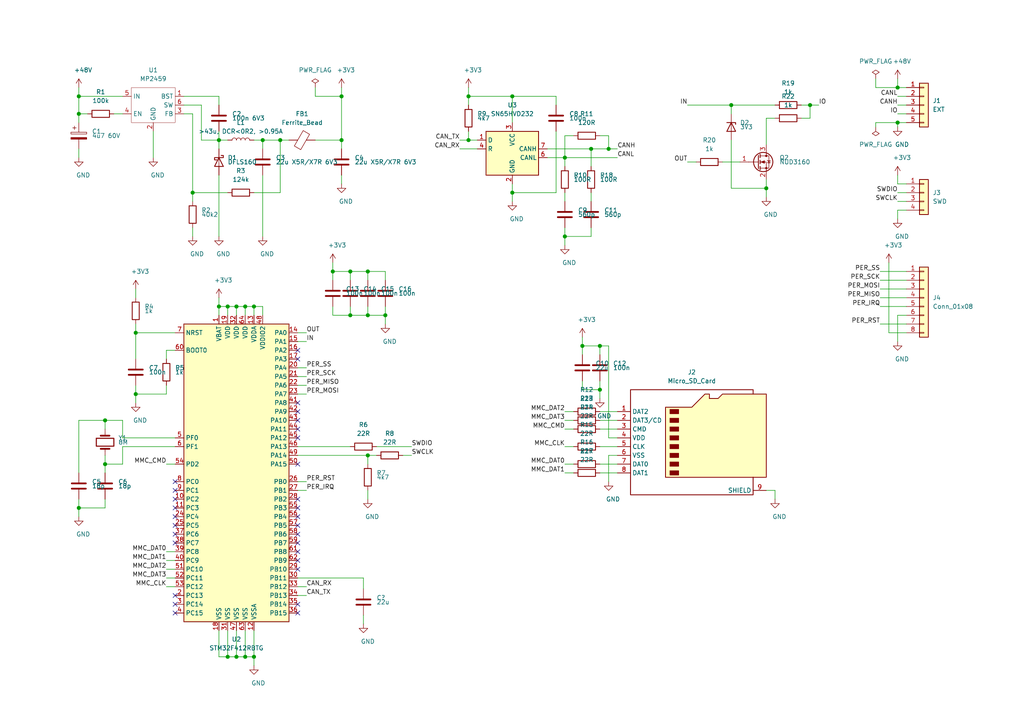
<source format=kicad_sch>
(kicad_sch (version 20201015) (generator eeschema)
  (page 1 1)
  (paper "A4")
  (lib_symbols
    (symbol "Connector:Micro_SD_Card"
      (property "Reference" "J" (at -16.51 15.24 0))
      (property "Value" "Micro_SD_Card" (at 16.51 15.24 0))
      (symbol "Micro_SD_Card_1_1"
        (pin bidirectional line (at -22.86 7.62 0) (length 3.81) (name "DAT2") (number "1"))
        (pin bidirectional line (at -22.86 5.08 0) (length 3.81) (name "DAT3/CD") (number "2"))
        (pin input line (at -22.86 2.54 0) (length 3.81) (name "CMD") (number "3"))
        (pin power_in line (at -22.86 0 0) (length 3.81) (name "VDD") (number "4"))
        (pin input line (at -22.86 -2.54 0) (length 3.81) (name "CLK") (number "5"))
        (pin power_in line (at -22.86 -5.08 0) (length 3.81) (name "VSS") (number "6"))
        (pin bidirectional line (at -22.86 -7.62 0) (length 3.81) (name "DAT0") (number "7"))
        (pin bidirectional line (at -22.86 -10.16 0) (length 3.81) (name "DAT1") (number "8"))
        (pin passive line (at 20.32 -15.24 180) (length 3.81) (name "SHIELD") (number "9"))
      )
    )
    (symbol "Connector_Generic:Conn_01x04" (pin_names hide)
      (property "Reference" "J" (at 0 5.08 0))
      (property "Value" "Conn_01x04" (at 0 -7.62 0))
      (symbol "Conn_01x04_1_1"
        (pin passive line (at -5.08 2.54 0) (length 3.81) (name "Pin_1") (number "1"))
        (pin passive line (at -5.08 0 0) (length 3.81) (name "Pin_2") (number "2"))
        (pin passive line (at -5.08 -2.54 0) (length 3.81) (name "Pin_3") (number "3"))
        (pin passive line (at -5.08 -5.08 0) (length 3.81) (name "Pin_4") (number "4"))
      )
    )
    (symbol "Connector_Generic:Conn_01x05" (pin_names hide)
      (property "Reference" "J" (at 0 7.62 0))
      (property "Value" "Conn_01x05" (at 0 -7.62 0))
      (symbol "Conn_01x05_1_1"
        (pin passive line (at -5.08 5.08 0) (length 3.81) (name "Pin_1") (number "1"))
        (pin passive line (at -5.08 2.54 0) (length 3.81) (name "Pin_2") (number "2"))
        (pin passive line (at -5.08 0 0) (length 3.81) (name "Pin_3") (number "3"))
        (pin passive line (at -5.08 -2.54 0) (length 3.81) (name "Pin_4") (number "4"))
        (pin passive line (at -5.08 -5.08 0) (length 3.81) (name "Pin_5") (number "5"))
      )
    )
    (symbol "Connector_Generic:Conn_01x08" (pin_names hide)
      (property "Reference" "J" (at 0 10.16 0))
      (property "Value" "Conn_01x08" (at 0 -12.7 0))
      (symbol "Conn_01x08_1_1"
        (pin passive line (at -5.08 7.62 0) (length 3.81) (name "Pin_1") (number "1"))
        (pin passive line (at -5.08 5.08 0) (length 3.81) (name "Pin_2") (number "2"))
        (pin passive line (at -5.08 2.54 0) (length 3.81) (name "Pin_3") (number "3"))
        (pin passive line (at -5.08 0 0) (length 3.81) (name "Pin_4") (number "4"))
        (pin passive line (at -5.08 -2.54 0) (length 3.81) (name "Pin_5") (number "5"))
        (pin passive line (at -5.08 -5.08 0) (length 3.81) (name "Pin_6") (number "6"))
        (pin passive line (at -5.08 -7.62 0) (length 3.81) (name "Pin_7") (number "7"))
        (pin passive line (at -5.08 -10.16 0) (length 3.81) (name "Pin_8") (number "8"))
      )
    )
    (symbol "Device:C" (pin_numbers hide) (pin_names (offset 0.254))
      (property "Reference" "C" (at 0.635 2.54 0))
      (property "Value" "C" (at 0.635 -2.54 0))
      (symbol "C_1_1"
        (pin passive line (at 0 3.81 270) (length 2.794) (name "~") (number "1"))
        (pin passive line (at 0 -3.81 90) (length 2.794) (name "~") (number "2"))
      )
    )
    (symbol "Device:CP" (pin_numbers hide) (pin_names (offset 0.254))
      (property "Reference" "C" (at 0.635 2.54 0))
      (property "Value" "CP" (at 0.635 -2.54 0))
      (symbol "CP_1_1"
        (pin passive line (at 0 3.81 270) (length 2.794) (name "~") (number "1"))
        (pin passive line (at 0 -3.81 90) (length 2.794) (name "~") (number "2"))
      )
    )
    (symbol "Device:Crystal" (pin_numbers hide) (pin_names hide)
      (property "Reference" "Y" (at 0 3.81 0))
      (property "Value" "Crystal" (at 0 -3.81 0))
      (symbol "Crystal_1_1"
        (pin passive line (at -3.81 0 0) (length 1.27) (name "1") (number "1"))
        (pin passive line (at 3.81 0 180) (length 1.27) (name "2") (number "2"))
      )
    )
    (symbol "Device:D_Schottky" (pin_numbers hide) (pin_names hide)
      (property "Reference" "D" (at 0 2.54 0))
      (property "Value" "D_Schottky" (at 0 -2.54 0))
      (symbol "D_Schottky_1_1"
        (pin passive line (at -3.81 0 0) (length 2.54) (name "K") (number "1"))
        (pin passive line (at 3.81 0 180) (length 2.54) (name "A") (number "2"))
      )
    )
    (symbol "Device:D_Zener" (pin_numbers hide) (pin_names hide)
      (property "Reference" "D" (at 0 2.54 0))
      (property "Value" "D_Zener" (at 0 -2.54 0))
      (symbol "D_Zener_1_1"
        (pin passive line (at -3.81 0 0) (length 2.54) (name "K") (number "1"))
        (pin passive line (at 3.81 0 180) (length 2.54) (name "A") (number "2"))
      )
    )
    (symbol "Device:Ferrite_Bead" (pin_numbers hide) (pin_names (offset 0))
      (property "Reference" "FB" (at -3.81 0.635 90))
      (property "Value" "Ferrite_Bead" (at 3.81 0 90))
      (symbol "Ferrite_Bead_1_1"
        (pin passive line (at 0 3.81 270) (length 2.54) (name "~") (number "1"))
        (pin passive line (at 0 -3.81 90) (length 2.54) (name "~") (number "2"))
      )
    )
    (symbol "Device:L" (pin_numbers hide) (pin_names hide)
      (property "Reference" "L" (at -1.27 0 90))
      (property "Value" "L" (at 1.905 0 90))
      (symbol "L_1_1"
        (pin passive line (at 0 3.81 270) (length 1.27) (name "1") (number "1"))
        (pin passive line (at 0 -3.81 90) (length 1.27) (name "2") (number "2"))
      )
    )
    (symbol "Device:Q_NMOS_GSD" (pin_names (offset 0) hide)
      (property "Reference" "Q" (at 5.08 1.27 0))
      (property "Value" "Q_NMOS_GSD" (at 5.08 -1.27 0))
      (symbol "Q_NMOS_GSD_1_1"
        (pin input line (at -5.08 0 0) (length 2.54) (name "G") (number "1"))
        (pin passive line (at 2.54 -5.08 90) (length 2.54) (name "S") (number "2"))
        (pin passive line (at 2.54 5.08 270) (length 2.54) (name "D") (number "3"))
      )
    )
    (symbol "Device:R" (pin_numbers hide) (pin_names (offset 0))
      (property "Reference" "R" (at 2.032 0 90))
      (property "Value" "R" (at 0 0 90))
      (symbol "R_1_1"
        (pin passive line (at 0 3.81 270) (length 1.27) (name "~") (number "1"))
        (pin passive line (at 0 -3.81 90) (length 1.27) (name "~") (number "2"))
      )
    )
    (symbol "Interface_CAN_LIN:SN65HVD232"
      (property "Reference" "U" (at -2.54 10.16 0))
      (property "Value" "SN65HVD232" (at -2.54 7.62 0))
      (symbol "SN65HVD232_1_1"
        (pin input line (at -10.16 2.54 0) (length 2.54) (name "D") (number "1"))
        (pin power_in line (at 0 -10.16 90) (length 2.54) (name "GND") (number "2"))
        (pin power_in line (at 0 7.62 270) (length 2.54) (name "VCC") (number "3"))
        (pin output line (at -10.16 0 0) (length 2.54) (name "R") (number "4"))
        (pin unconnected line (at -10.16 -2.54 0) (length 2.54) hide (name "NC") (number "5"))
        (pin bidirectional line (at 10.16 -2.54 180) (length 2.54) (name "CANL") (number "6"))
        (pin bidirectional line (at 10.16 0 180) (length 2.54) (name "CANH") (number "7"))
        (pin unconnected line (at -10.16 -5.08 0) (length 2.54) hide (name "NC") (number "8"))
      )
    )
    (symbol "MCU_ST_STM32F0:STM32F072RBTx"
      (property "Reference" "U" (at -15.24 44.45 0))
      (property "Value" "STM32F072RBTx" (at 10.16 44.45 0))
      (symbol "STM32F072RBTx_1_1"
        (pin power_in line (at -5.08 45.72 270) (length 2.54) (name "VBAT") (number "1"))
        (pin bidirectional line (at -17.78 -7.62 0) (length 2.54) (name "PC2") (number "10"))
        (pin bidirectional line (at -17.78 -10.16 0) (length 2.54) (name "PC3") (number "11"))
        (pin power_in line (at 5.08 -45.72 90) (length 2.54) (name "VSSA") (number "12"))
        (pin power_in line (at 5.08 45.72 270) (length 2.54) (name "VDDA") (number "13"))
        (pin bidirectional line (at 17.78 40.64 180) (length 2.54) (name "PA0") (number "14"))
        (pin bidirectional line (at 17.78 38.1 180) (length 2.54) (name "PA1") (number "15"))
        (pin bidirectional line (at 17.78 35.56 180) (length 2.54) (name "PA2") (number "16"))
        (pin bidirectional line (at 17.78 33.02 180) (length 2.54) (name "PA3") (number "17"))
        (pin power_in line (at -5.08 -45.72 90) (length 2.54) (name "VSS") (number "18"))
        (pin power_in line (at -2.54 45.72 270) (length 2.54) (name "VDD") (number "19"))
        (pin bidirectional line (at -17.78 -35.56 0) (length 2.54) (name "PC13") (number "2"))
        (pin bidirectional line (at 17.78 30.48 180) (length 2.54) (name "PA4") (number "20"))
        (pin bidirectional line (at 17.78 27.94 180) (length 2.54) (name "PA5") (number "21"))
        (pin bidirectional line (at 17.78 25.4 180) (length 2.54) (name "PA6") (number "22"))
        (pin bidirectional line (at 17.78 22.86 180) (length 2.54) (name "PA7") (number "23"))
        (pin bidirectional line (at -17.78 -12.7 0) (length 2.54) (name "PC4") (number "24"))
        (pin bidirectional line (at -17.78 -15.24 0) (length 2.54) (name "PC5") (number "25"))
        (pin bidirectional line (at 17.78 -2.54 180) (length 2.54) (name "PB0") (number "26"))
        (pin bidirectional line (at 17.78 -5.08 180) (length 2.54) (name "PB1") (number "27"))
        (pin bidirectional line (at 17.78 -7.62 180) (length 2.54) (name "PB2") (number "28"))
        (pin bidirectional line (at 17.78 -27.94 180) (length 2.54) (name "PB10") (number "29"))
        (pin bidirectional line (at -17.78 -38.1 0) (length 2.54) (name "PC14") (number "3"))
        (pin bidirectional line (at 17.78 -30.48 180) (length 2.54) (name "PB11") (number "30"))
        (pin power_in line (at -2.54 -45.72 90) (length 2.54) (name "VSS") (number "31"))
        (pin power_in line (at 0 45.72 270) (length 2.54) (name "VDD") (number "32"))
        (pin bidirectional line (at 17.78 -33.02 180) (length 2.54) (name "PB12") (number "33"))
        (pin bidirectional line (at 17.78 -35.56 180) (length 2.54) (name "PB13") (number "34"))
        (pin bidirectional line (at 17.78 -38.1 180) (length 2.54) (name "PB14") (number "35"))
        (pin bidirectional line (at 17.78 -40.64 180) (length 2.54) (name "PB15") (number "36"))
        (pin bidirectional line (at -17.78 -17.78 0) (length 2.54) (name "PC6") (number "37"))
        (pin bidirectional line (at -17.78 -20.32 0) (length 2.54) (name "PC7") (number "38"))
        (pin bidirectional line (at -17.78 -22.86 0) (length 2.54) (name "PC8") (number "39"))
        (pin bidirectional line (at -17.78 -40.64 0) (length 2.54) (name "PC15") (number "4"))
        (pin bidirectional line (at -17.78 -25.4 0) (length 2.54) (name "PC9") (number "40"))
        (pin bidirectional line (at 17.78 20.32 180) (length 2.54) (name "PA8") (number "41"))
        (pin bidirectional line (at 17.78 17.78 180) (length 2.54) (name "PA9") (number "42"))
        (pin bidirectional line (at 17.78 15.24 180) (length 2.54) (name "PA10") (number "43"))
        (pin bidirectional line (at 17.78 12.7 180) (length 2.54) (name "PA11") (number "44"))
        (pin bidirectional line (at 17.78 10.16 180) (length 2.54) (name "PA12") (number "45"))
        (pin bidirectional line (at 17.78 7.62 180) (length 2.54) (name "PA13") (number "46"))
        (pin power_in line (at 0 -45.72 90) (length 2.54) (name "VSS") (number "47"))
        (pin power_in line (at 7.62 45.72 270) (length 2.54) (name "VDDIO2") (number "48"))
        (pin bidirectional line (at 17.78 5.08 180) (length 2.54) (name "PA14") (number "49"))
        (pin input line (at -17.78 10.16 0) (length 2.54) (name "PF0") (number "5"))
        (pin bidirectional line (at 17.78 2.54 180) (length 2.54) (name "PA15") (number "50"))
        (pin bidirectional line (at -17.78 -27.94 0) (length 2.54) (name "PC10") (number "51"))
        (pin bidirectional line (at -17.78 -30.48 0) (length 2.54) (name "PC11") (number "52"))
        (pin bidirectional line (at -17.78 -33.02 0) (length 2.54) (name "PC12") (number "53"))
        (pin bidirectional line (at -17.78 2.54 0) (length 2.54) (name "PD2") (number "54"))
        (pin bidirectional line (at 17.78 -10.16 180) (length 2.54) (name "PB3") (number "55"))
        (pin bidirectional line (at 17.78 -12.7 180) (length 2.54) (name "PB4") (number "56"))
        (pin bidirectional line (at 17.78 -15.24 180) (length 2.54) (name "PB5") (number "57"))
        (pin bidirectional line (at 17.78 -17.78 180) (length 2.54) (name "PB6") (number "58"))
        (pin bidirectional line (at 17.78 -20.32 180) (length 2.54) (name "PB7") (number "59"))
        (pin input line (at -17.78 7.62 0) (length 2.54) (name "PF1") (number "6"))
        (pin input line (at -17.78 35.56 0) (length 2.54) (name "BOOT0") (number "60"))
        (pin bidirectional line (at 17.78 -22.86 180) (length 2.54) (name "PB8") (number "61"))
        (pin bidirectional line (at 17.78 -25.4 180) (length 2.54) (name "PB9") (number "62"))
        (pin power_in line (at 2.54 -45.72 90) (length 2.54) (name "VSS") (number "63"))
        (pin power_in line (at 2.54 45.72 270) (length 2.54) (name "VDD") (number "64"))
        (pin input line (at -17.78 40.64 0) (length 2.54) (name "NRST") (number "7"))
        (pin bidirectional line (at -17.78 -2.54 0) (length 2.54) (name "PC0") (number "8"))
        (pin bidirectional line (at -17.78 -5.08 0) (length 2.54) (name "PC1") (number "9"))
      )
    )
    (symbol "mp2459:MP2459"
      (property "Reference" "U" (at -6.35 6.35 0))
      (property "Value" "MP2459" (at 5.08 -6.35 0))
      (symbol "MP2459_1_1"
        (pin power_in line (at -8.89 2.54 0) (length 2.54) (name "IN") (number "5"))
        (pin input line (at -8.89 -2.54 0) (length 2.54) (name "EN") (number "4"))
        (pin passive line (at 8.89 2.54 180) (length 2.54) (name "BST") (number "1"))
        (pin passive line (at 8.89 0 180) (length 2.54) (name "SW") (number "6"))
        (pin power_out line (at 8.89 -2.54 180) (length 2.54) (name "FB") (number "3"))
        (pin power_in line (at 0 -7.62 90) (length 2.54) (name "GND") (number "2"))
      )
    )
    (symbol "power:+3.3V" (power) (pin_names (offset 0))
      (property "Value" "+3.3V" (at 0 3.556 0))
      (symbol "+3.3V_1_1"
        (pin power_in line (at 0 0 90) (length 0) hide (name "+3V3") (number "1"))
      )
    )
    (symbol "power:+48V" (power) (pin_names (offset 0))
      (property "Value" "+48V" (at 0 3.556 0))
      (symbol "+48V_1_1"
        (pin power_in line (at 0 0 90) (length 0) hide (name "+48V") (number "1"))
      )
    )
    (symbol "power:GND" (power) (pin_names (offset 0))
      (property "Value" "GND" (at 0 -3.81 0))
      (symbol "GND_1_1"
        (pin power_in line (at 0 0 270) (length 0) hide (name "GND") (number "1"))
      )
    )
    (symbol "power:PWR_FLAG" (power) (pin_numbers hide) (pin_names (offset 0) hide)
      (property "Value" "PWR_FLAG" (at 0 3.81 0))
      (symbol "PWR_FLAG_0_0"
        (pin power_out line (at 0 0 90) (length 0) (name "pwr") (number "1"))
      )
    )
  )
  (junction (at 22.86 27.94) (diameter 1.016))
  (junction (at 22.86 33.02) (diameter 1.016))
  (junction (at 22.86 147.32) (diameter 1.016))
  (junction (at 30.48 121.92) (diameter 1.016))
  (junction (at 30.48 134.62) (diameter 1.016))
  (junction (at 39.37 96.52) (diameter 1.016))
  (junction (at 39.37 114.3) (diameter 1.016))
  (junction (at 55.88 55.88) (diameter 1.016))
  (junction (at 63.5 40.64) (diameter 1.016))
  (junction (at 63.5 88.9) (diameter 1.016))
  (junction (at 66.04 88.9) (diameter 1.016))
  (junction (at 66.04 190.5) (diameter 1.016))
  (junction (at 68.58 88.9) (diameter 1.016))
  (junction (at 68.58 190.5) (diameter 1.016))
  (junction (at 71.12 88.9) (diameter 1.016))
  (junction (at 71.12 190.5) (diameter 1.016))
  (junction (at 73.66 88.9) (diameter 1.016))
  (junction (at 73.66 190.5) (diameter 1.016))
  (junction (at 76.2 40.64) (diameter 1.016))
  (junction (at 81.28 40.64) (diameter 1.016))
  (junction (at 96.52 78.74) (diameter 1.016))
  (junction (at 99.06 27.94) (diameter 1.016))
  (junction (at 99.06 40.64) (diameter 1.016))
  (junction (at 101.6 78.74) (diameter 1.016))
  (junction (at 101.6 91.44) (diameter 1.016))
  (junction (at 106.68 78.74) (diameter 1.016))
  (junction (at 106.68 91.44) (diameter 1.016))
  (junction (at 106.68 132.08) (diameter 1.016))
  (junction (at 111.76 91.44) (diameter 1.016))
  (junction (at 135.89 27.94) (diameter 1.016))
  (junction (at 135.89 40.64) (diameter 1.016))
  (junction (at 148.59 27.94) (diameter 1.016))
  (junction (at 148.59 55.88) (diameter 1.016))
  (junction (at 163.83 45.72) (diameter 1.016))
  (junction (at 163.83 68.58) (diameter 1.016))
  (junction (at 168.91 100.33) (diameter 1.016))
  (junction (at 171.45 43.18) (diameter 1.016))
  (junction (at 173.99 100.33) (diameter 1.016))
  (junction (at 173.99 113.03) (diameter 1.016))
  (junction (at 176.53 43.18) (diameter 1.016))
  (junction (at 212.09 30.48) (diameter 1.016))
  (junction (at 222.25 54.61) (diameter 1.016))
  (junction (at 234.95 30.48) (diameter 1.016))
  (junction (at 260.35 25.4) (diameter 1.016))
  (junction (at 260.35 35.56) (diameter 1.016))
  (no_connect (at 86.36 119.38))
  (no_connect (at 50.8 147.32))
  (no_connect (at 86.36 152.4))
  (no_connect (at 50.8 139.7))
  (no_connect (at 86.36 149.86))
  (no_connect (at 86.36 160.02))
  (no_connect (at 50.8 154.94))
  (no_connect (at 86.36 165.1))
  (no_connect (at 50.8 157.48))
  (no_connect (at 86.36 177.8))
  (no_connect (at 50.8 144.78))
  (no_connect (at 86.36 104.14))
  (no_connect (at 86.36 134.62))
  (no_connect (at 86.36 175.26))
  (no_connect (at 86.36 127))
  (no_connect (at 50.8 152.4))
  (no_connect (at 50.8 149.86))
  (no_connect (at 86.36 154.94))
  (no_connect (at 50.8 172.72))
  (no_connect (at 86.36 157.48))
  (no_connect (at 86.36 101.6))
  (no_connect (at 50.8 175.26))
  (no_connect (at 86.36 116.84))
  (no_connect (at 86.36 162.56))
  (no_connect (at 50.8 177.8))
  (no_connect (at 86.36 147.32))
  (no_connect (at 86.36 124.46))
  (no_connect (at 50.8 142.24))
  (no_connect (at 86.36 144.78))
  (no_connect (at 86.36 121.92))
  (wire (pts (xy 22.86 25.4) (xy 22.86 27.94)))
  (wire (pts (xy 22.86 27.94) (xy 35.56 27.94)))
  (wire (pts (xy 22.86 33.02) (xy 22.86 27.94)))
  (wire (pts (xy 22.86 33.02) (xy 22.86 35.56)))
  (wire (pts (xy 22.86 43.18) (xy 22.86 45.72)))
  (wire (pts (xy 22.86 121.92) (xy 30.48 121.92)))
  (wire (pts (xy 22.86 137.16) (xy 22.86 121.92)))
  (wire (pts (xy 22.86 144.78) (xy 22.86 147.32)))
  (wire (pts (xy 22.86 147.32) (xy 30.48 147.32)))
  (wire (pts (xy 22.86 149.86) (xy 22.86 147.32)))
  (wire (pts (xy 25.4 33.02) (xy 22.86 33.02)))
  (wire (pts (xy 30.48 121.92) (xy 30.48 124.46)))
  (wire (pts (xy 30.48 132.08) (xy 30.48 134.62)))
  (wire (pts (xy 30.48 134.62) (xy 30.48 137.16)))
  (wire (pts (xy 30.48 134.62) (xy 35.56 134.62)))
  (wire (pts (xy 30.48 147.32) (xy 30.48 144.78)))
  (wire (pts (xy 33.02 33.02) (xy 35.56 33.02)))
  (wire (pts (xy 35.56 121.92) (xy 30.48 121.92)))
  (wire (pts (xy 35.56 127) (xy 35.56 121.92)))
  (wire (pts (xy 35.56 129.54) (xy 50.8 129.54)))
  (wire (pts (xy 35.56 134.62) (xy 35.56 129.54)))
  (wire (pts (xy 39.37 83.82) (xy 39.37 86.36)))
  (wire (pts (xy 39.37 93.98) (xy 39.37 96.52)))
  (wire (pts (xy 39.37 96.52) (xy 50.8 96.52)))
  (wire (pts (xy 39.37 104.14) (xy 39.37 96.52)))
  (wire (pts (xy 39.37 111.76) (xy 39.37 114.3)))
  (wire (pts (xy 39.37 114.3) (xy 48.26 114.3)))
  (wire (pts (xy 39.37 116.84) (xy 39.37 114.3)))
  (wire (pts (xy 44.45 38.1) (xy 44.45 45.72)))
  (wire (pts (xy 48.26 101.6) (xy 50.8 101.6)))
  (wire (pts (xy 48.26 104.14) (xy 48.26 101.6)))
  (wire (pts (xy 48.26 114.3) (xy 48.26 111.76)))
  (wire (pts (xy 48.26 134.62) (xy 50.8 134.62)))
  (wire (pts (xy 48.26 160.02) (xy 50.8 160.02)))
  (wire (pts (xy 48.26 162.56) (xy 50.8 162.56)))
  (wire (pts (xy 48.26 165.1) (xy 50.8 165.1)))
  (wire (pts (xy 48.26 167.64) (xy 50.8 167.64)))
  (wire (pts (xy 48.26 170.18) (xy 50.8 170.18)))
  (wire (pts (xy 50.8 127) (xy 35.56 127)))
  (wire (pts (xy 53.34 27.94) (xy 63.5 27.94)))
  (wire (pts (xy 53.34 33.02) (xy 55.88 33.02)))
  (wire (pts (xy 55.88 33.02) (xy 55.88 55.88)))
  (wire (pts (xy 55.88 55.88) (xy 55.88 58.42)))
  (wire (pts (xy 55.88 55.88) (xy 66.04 55.88)))
  (wire (pts (xy 55.88 66.04) (xy 55.88 68.58)))
  (wire (pts (xy 58.42 30.48) (xy 53.34 30.48)))
  (wire (pts (xy 58.42 40.64) (xy 58.42 30.48)))
  (wire (pts (xy 63.5 27.94) (xy 63.5 30.48)))
  (wire (pts (xy 63.5 38.1) (xy 63.5 40.64)))
  (wire (pts (xy 63.5 40.64) (xy 58.42 40.64)))
  (wire (pts (xy 63.5 40.64) (xy 63.5 43.18)))
  (wire (pts (xy 63.5 40.64) (xy 66.04 40.64)))
  (wire (pts (xy 63.5 50.8) (xy 63.5 68.58)))
  (wire (pts (xy 63.5 86.36) (xy 63.5 88.9)))
  (wire (pts (xy 63.5 88.9) (xy 63.5 91.44)))
  (wire (pts (xy 63.5 88.9) (xy 66.04 88.9)))
  (wire (pts (xy 63.5 190.5) (xy 63.5 182.88)))
  (wire (pts (xy 66.04 88.9) (xy 66.04 91.44)))
  (wire (pts (xy 66.04 88.9) (xy 68.58 88.9)))
  (wire (pts (xy 66.04 190.5) (xy 63.5 190.5)))
  (wire (pts (xy 66.04 190.5) (xy 66.04 182.88)))
  (wire (pts (xy 68.58 88.9) (xy 68.58 91.44)))
  (wire (pts (xy 68.58 88.9) (xy 71.12 88.9)))
  (wire (pts (xy 68.58 182.88) (xy 68.58 190.5)))
  (wire (pts (xy 68.58 190.5) (xy 66.04 190.5)))
  (wire (pts (xy 68.58 190.5) (xy 71.12 190.5)))
  (wire (pts (xy 71.12 88.9) (xy 71.12 91.44)))
  (wire (pts (xy 71.12 88.9) (xy 73.66 88.9)))
  (wire (pts (xy 71.12 190.5) (xy 71.12 182.88)))
  (wire (pts (xy 73.66 40.64) (xy 76.2 40.64)))
  (wire (pts (xy 73.66 55.88) (xy 81.28 55.88)))
  (wire (pts (xy 73.66 88.9) (xy 73.66 91.44)))
  (wire (pts (xy 73.66 88.9) (xy 76.2 88.9)))
  (wire (pts (xy 73.66 182.88) (xy 73.66 190.5)))
  (wire (pts (xy 73.66 190.5) (xy 71.12 190.5)))
  (wire (pts (xy 73.66 190.5) (xy 73.66 193.04)))
  (wire (pts (xy 76.2 40.64) (xy 76.2 43.18)))
  (wire (pts (xy 76.2 40.64) (xy 81.28 40.64)))
  (wire (pts (xy 76.2 50.8) (xy 76.2 68.58)))
  (wire (pts (xy 76.2 88.9) (xy 76.2 91.44)))
  (wire (pts (xy 81.28 40.64) (xy 81.28 55.88)))
  (wire (pts (xy 81.28 40.64) (xy 83.82 40.64)))
  (wire (pts (xy 86.36 96.52) (xy 88.9 96.52)))
  (wire (pts (xy 86.36 99.06) (xy 88.9 99.06)))
  (wire (pts (xy 86.36 106.68) (xy 88.9 106.68)))
  (wire (pts (xy 86.36 109.22) (xy 88.9 109.22)))
  (wire (pts (xy 86.36 111.76) (xy 88.9 111.76)))
  (wire (pts (xy 86.36 114.3) (xy 88.9 114.3)))
  (wire (pts (xy 86.36 129.54) (xy 101.6 129.54)))
  (wire (pts (xy 86.36 132.08) (xy 106.68 132.08)))
  (wire (pts (xy 86.36 139.7) (xy 88.9 139.7)))
  (wire (pts (xy 86.36 142.24) (xy 88.9 142.24)))
  (wire (pts (xy 86.36 167.64) (xy 105.41 167.64)))
  (wire (pts (xy 86.36 170.18) (xy 88.9 170.18)))
  (wire (pts (xy 86.36 172.72) (xy 88.9 172.72)))
  (wire (pts (xy 91.44 25.4) (xy 91.44 27.94)))
  (wire (pts (xy 91.44 27.94) (xy 99.06 27.94)))
  (wire (pts (xy 91.44 40.64) (xy 99.06 40.64)))
  (wire (pts (xy 96.52 76.2) (xy 96.52 78.74)))
  (wire (pts (xy 96.52 78.74) (xy 101.6 78.74)))
  (wire (pts (xy 96.52 81.28) (xy 96.52 78.74)))
  (wire (pts (xy 96.52 88.9) (xy 96.52 91.44)))
  (wire (pts (xy 96.52 91.44) (xy 101.6 91.44)))
  (wire (pts (xy 99.06 25.4) (xy 99.06 27.94)))
  (wire (pts (xy 99.06 27.94) (xy 99.06 40.64)))
  (wire (pts (xy 99.06 40.64) (xy 99.06 43.18)))
  (wire (pts (xy 99.06 53.34) (xy 99.06 50.8)))
  (wire (pts (xy 101.6 78.74) (xy 101.6 81.28)))
  (wire (pts (xy 101.6 78.74) (xy 106.68 78.74)))
  (wire (pts (xy 101.6 88.9) (xy 101.6 91.44)))
  (wire (pts (xy 101.6 91.44) (xy 106.68 91.44)))
  (wire (pts (xy 105.41 167.64) (xy 105.41 170.815)))
  (wire (pts (xy 105.41 178.435) (xy 105.41 180.975)))
  (wire (pts (xy 106.68 78.74) (xy 106.68 81.28)))
  (wire (pts (xy 106.68 78.74) (xy 111.76 78.74)))
  (wire (pts (xy 106.68 88.9) (xy 106.68 91.44)))
  (wire (pts (xy 106.68 91.44) (xy 111.76 91.44)))
  (wire (pts (xy 106.68 132.08) (xy 106.68 134.62)))
  (wire (pts (xy 106.68 132.08) (xy 109.22 132.08)))
  (wire (pts (xy 106.68 142.24) (xy 106.68 144.78)))
  (wire (pts (xy 109.22 129.54) (xy 119.38 129.54)))
  (wire (pts (xy 111.76 78.74) (xy 111.76 81.28)))
  (wire (pts (xy 111.76 91.44) (xy 111.76 88.9)))
  (wire (pts (xy 111.76 91.44) (xy 111.76 93.98)))
  (wire (pts (xy 116.84 132.08) (xy 119.38 132.08)))
  (wire (pts (xy 133.35 40.64) (xy 135.89 40.64)))
  (wire (pts (xy 133.35 43.18) (xy 138.43 43.18)))
  (wire (pts (xy 135.89 25.4) (xy 135.89 27.94)))
  (wire (pts (xy 135.89 27.94) (xy 135.89 30.48)))
  (wire (pts (xy 135.89 27.94) (xy 148.59 27.94)))
  (wire (pts (xy 135.89 40.64) (xy 135.89 38.1)))
  (wire (pts (xy 138.43 40.64) (xy 135.89 40.64)))
  (wire (pts (xy 148.59 27.94) (xy 148.59 35.56)))
  (wire (pts (xy 148.59 27.94) (xy 161.29 27.94)))
  (wire (pts (xy 148.59 55.88) (xy 148.59 53.34)))
  (wire (pts (xy 148.59 55.88) (xy 148.59 58.42)))
  (wire (pts (xy 158.75 43.18) (xy 171.45 43.18)))
  (wire (pts (xy 161.29 27.94) (xy 161.29 30.48)))
  (wire (pts (xy 161.29 38.1) (xy 161.29 55.88)))
  (wire (pts (xy 161.29 55.88) (xy 148.59 55.88)))
  (wire (pts (xy 163.83 39.37) (xy 166.37 39.37)))
  (wire (pts (xy 163.83 45.72) (xy 158.75 45.72)))
  (wire (pts (xy 163.83 45.72) (xy 163.83 39.37)))
  (wire (pts (xy 163.83 45.72) (xy 179.07 45.72)))
  (wire (pts (xy 163.83 48.26) (xy 163.83 45.72)))
  (wire (pts (xy 163.83 55.88) (xy 163.83 58.42)))
  (wire (pts (xy 163.83 66.04) (xy 163.83 68.58)))
  (wire (pts (xy 163.83 68.58) (xy 163.83 71.12)))
  (wire (pts (xy 163.83 68.58) (xy 171.45 68.58)))
  (wire (pts (xy 163.83 119.38) (xy 166.37 119.38)))
  (wire (pts (xy 163.83 121.92) (xy 166.37 121.92)))
  (wire (pts (xy 163.83 124.46) (xy 166.37 124.46)))
  (wire (pts (xy 163.83 129.54) (xy 166.37 129.54)))
  (wire (pts (xy 163.83 134.62) (xy 166.37 134.62)))
  (wire (pts (xy 163.83 137.16) (xy 166.37 137.16)))
  (wire (pts (xy 168.91 97.79) (xy 168.91 100.33)))
  (wire (pts (xy 168.91 100.33) (xy 168.91 102.87)))
  (wire (pts (xy 168.91 113.03) (xy 168.91 110.49)))
  (wire (pts (xy 171.45 43.18) (xy 171.45 48.26)))
  (wire (pts (xy 171.45 43.18) (xy 176.53 43.18)))
  (wire (pts (xy 171.45 55.88) (xy 171.45 58.42)))
  (wire (pts (xy 171.45 68.58) (xy 171.45 66.04)))
  (wire (pts (xy 173.99 100.33) (xy 168.91 100.33)))
  (wire (pts (xy 173.99 100.33) (xy 173.99 102.87)))
  (wire (pts (xy 173.99 110.49) (xy 173.99 113.03)))
  (wire (pts (xy 173.99 113.03) (xy 168.91 113.03)))
  (wire (pts (xy 173.99 115.57) (xy 173.99 113.03)))
  (wire (pts (xy 173.99 119.38) (xy 179.07 119.38)))
  (wire (pts (xy 173.99 121.92) (xy 179.07 121.92)))
  (wire (pts (xy 173.99 124.46) (xy 179.07 124.46)))
  (wire (pts (xy 173.99 129.54) (xy 179.07 129.54)))
  (wire (pts (xy 173.99 134.62) (xy 179.07 134.62)))
  (wire (pts (xy 173.99 137.16) (xy 179.07 137.16)))
  (wire (pts (xy 176.53 39.37) (xy 173.99 39.37)))
  (wire (pts (xy 176.53 43.18) (xy 176.53 39.37)))
  (wire (pts (xy 176.53 43.18) (xy 179.07 43.18)))
  (wire (pts (xy 176.53 100.33) (xy 173.99 100.33)))
  (wire (pts (xy 176.53 127) (xy 176.53 100.33)))
  (wire (pts (xy 176.53 132.08) (xy 179.07 132.08)))
  (wire (pts (xy 176.53 139.7) (xy 176.53 132.08)))
  (wire (pts (xy 179.07 127) (xy 176.53 127)))
  (wire (pts (xy 199.39 30.48) (xy 212.09 30.48)))
  (wire (pts (xy 199.39 46.99) (xy 201.93 46.99)))
  (wire (pts (xy 209.55 46.99) (xy 214.63 46.99)))
  (wire (pts (xy 212.09 30.48) (xy 212.09 33.02)))
  (wire (pts (xy 212.09 30.48) (xy 224.79 30.48)))
  (wire (pts (xy 212.09 40.64) (xy 212.09 54.61)))
  (wire (pts (xy 212.09 54.61) (xy 222.25 54.61)))
  (wire (pts (xy 222.25 34.29) (xy 222.25 41.91)))
  (wire (pts (xy 222.25 52.07) (xy 222.25 54.61)))
  (wire (pts (xy 222.25 54.61) (xy 222.25 57.15)))
  (wire (pts (xy 224.79 34.29) (xy 222.25 34.29)))
  (wire (pts (xy 224.79 142.24) (xy 222.25 142.24)))
  (wire (pts (xy 224.79 144.78) (xy 224.79 142.24)))
  (wire (pts (xy 232.41 34.29) (xy 234.95 34.29)))
  (wire (pts (xy 234.95 30.48) (xy 232.41 30.48)))
  (wire (pts (xy 234.95 30.48) (xy 237.49 30.48)))
  (wire (pts (xy 234.95 34.29) (xy 234.95 30.48)))
  (wire (pts (xy 254 25.4) (xy 254 22.86)))
  (wire (pts (xy 254 35.56) (xy 254 36.83)))
  (wire (pts (xy 255.27 78.74) (xy 262.89 78.74)))
  (wire (pts (xy 255.27 81.28) (xy 262.89 81.28)))
  (wire (pts (xy 255.27 83.82) (xy 262.89 83.82)))
  (wire (pts (xy 255.27 86.36) (xy 262.89 86.36)))
  (wire (pts (xy 255.27 88.9) (xy 262.89 88.9)))
  (wire (pts (xy 255.27 93.98) (xy 262.89 93.98)))
  (wire (pts (xy 257.81 76.2) (xy 257.81 96.52)))
  (wire (pts (xy 260.35 22.86) (xy 260.35 25.4)))
  (wire (pts (xy 260.35 25.4) (xy 254 25.4)))
  (wire (pts (xy 260.35 27.94) (xy 262.89 27.94)))
  (wire (pts (xy 260.35 30.48) (xy 262.89 30.48)))
  (wire (pts (xy 260.35 33.02) (xy 262.89 33.02)))
  (wire (pts (xy 260.35 35.56) (xy 254 35.56)))
  (wire (pts (xy 260.35 35.56) (xy 262.89 35.56)))
  (wire (pts (xy 260.35 36.83) (xy 260.35 35.56)))
  (wire (pts (xy 260.35 50.8) (xy 260.35 53.34)))
  (wire (pts (xy 260.35 53.34) (xy 262.89 53.34)))
  (wire (pts (xy 260.35 55.88) (xy 262.89 55.88)))
  (wire (pts (xy 260.35 58.42) (xy 262.89 58.42)))
  (wire (pts (xy 260.35 60.96) (xy 262.89 60.96)))
  (wire (pts (xy 260.35 63.5) (xy 260.35 60.96)))
  (wire (pts (xy 260.35 91.44) (xy 260.35 99.06)))
  (wire (pts (xy 262.89 25.4) (xy 260.35 25.4)))
  (wire (pts (xy 262.89 91.44) (xy 260.35 91.44)))
  (wire (pts (xy 262.89 96.52) (xy 257.81 96.52)))
  (label "MMC_CMD" (at 48.26 134.62 180))
  (label "MMC_DAT0" (at 48.26 160.02 180))
  (label "MMC_DAT1" (at 48.26 162.56 180))
  (label "MMC_DAT2" (at 48.26 165.1 180))
  (label "MMC_DAT3" (at 48.26 167.64 180))
  (label "MMC_CLK" (at 48.26 170.18 180))
  (label "OUT" (at 88.9 96.52 0))
  (label "IN" (at 88.9 99.06 0))
  (label "PER_SS" (at 88.9 106.68 0))
  (label "PER_SCK" (at 88.9 109.22 0))
  (label "PER_MISO" (at 88.9 111.76 0))
  (label "PER_MOSI" (at 88.9 114.3 0))
  (label "PER_RST" (at 88.9 139.7 0))
  (label "PER_IRQ" (at 88.9 142.24 0))
  (label "CAN_RX" (at 88.9 170.18 0))
  (label "CAN_TX" (at 88.9 172.72 0))
  (label "SWDIO" (at 119.38 129.54 0))
  (label "SWCLK" (at 119.38 132.08 0))
  (label "CAN_TX" (at 133.35 40.64 180))
  (label "CAN_RX" (at 133.35 43.18 180))
  (label "MMC_DAT2" (at 163.83 119.38 180))
  (label "MMC_DAT3" (at 163.83 121.92 180))
  (label "MMC_CMD" (at 163.83 124.46 180))
  (label "MMC_CLK" (at 163.83 129.54 180))
  (label "MMC_DAT0" (at 163.83 134.62 180))
  (label "MMC_DAT1" (at 163.83 137.16 180))
  (label "CANH" (at 179.07 43.18 0))
  (label "CANL" (at 179.07 45.72 0))
  (label "IN" (at 199.39 30.48 180))
  (label "OUT" (at 199.39 46.99 180))
  (label "IO" (at 237.49 30.48 0))
  (label "PER_SS" (at 255.27 78.74 180))
  (label "PER_SCK" (at 255.27 81.28 180))
  (label "PER_MOSI" (at 255.27 83.82 180))
  (label "PER_MISO" (at 255.27 86.36 180))
  (label "PER_IRQ" (at 255.27 88.9 180))
  (label "PER_RST" (at 255.27 93.98 180))
  (label "CANL" (at 260.35 27.94 180))
  (label "CANH" (at 260.35 30.48 180))
  (label "IO" (at 260.35 33.02 180))
  (label "SWDIO" (at 260.35 55.88 180))
  (label "SWCLK" (at 260.35 58.42 180))
  (symbol (lib_id "power:PWR_FLAG") (at 91.44 25.4 0) (unit 1)
    (property "Reference" "#FLG01" (effects hide))
    (property "Value" "PWR_FLAG" (at 91.44 20.32 0))
  )
  (symbol (lib_id "power:PWR_FLAG") (at 254 22.86 0) (unit 1)
    (property "Reference" "#FLG0101" (effects hide))
    (property "Value" "PWR_FLAG" (at 254 17.78 0))
  )
  (symbol (lib_id "power:PWR_FLAG") (at 254 36.83 180) (unit 1)
    (property "Reference" "#FLG02" (effects hide))
    (property "Value" "PWR_FLAG" (at 254 41.91 0))
  )
  (symbol (lib_id "power:+48V") (at 22.86 25.4 0) (unit 1)
    (property "Reference" "#PWR0101" (effects hide))
    (property "Value" "+48V" (at 24.13 20.32 0))
  )
  (symbol (lib_id "power:+3.3V") (at 39.37 83.82 0) (unit 1)
    (property "Reference" "#PWR02" (effects hide))
    (property "Value" "+3.3V" (at 40.64 78.74 0))
  )
  (symbol (lib_id "power:+3.3V") (at 63.5 86.36 0) (unit 1)
    (property "Reference" "#PWR04" (effects hide))
    (property "Value" "+3.3V" (at 64.77 81.28 0))
  )
  (symbol (lib_id "power:+3.3V") (at 96.52 76.2 0) (unit 1)
    (property "Reference" "#PWR020" (effects hide))
    (property "Value" "+3.3V" (at 97.79 71.12 0))
  )
  (symbol (lib_id "power:+3.3V") (at 99.06 25.4 0) (unit 1)
    (property "Reference" "#PWR0107" (effects hide))
    (property "Value" "+3.3V" (at 100.33 20.32 0))
  )
  (symbol (lib_id "power:+3.3V") (at 135.89 25.4 0) (unit 1)
    (property "Reference" "#PWR07" (effects hide))
    (property "Value" "+3.3V" (at 137.16 20.32 0))
  )
  (symbol (lib_id "power:+3.3V") (at 168.91 97.79 0) (unit 1)
    (property "Reference" "#PWR010" (effects hide))
    (property "Value" "+3.3V" (at 170.18 92.71 0))
  )
  (symbol (lib_id "power:+3.3V") (at 257.81 76.2 0) (unit 1)
    (property "Reference" "#PWR016" (effects hide))
    (property "Value" "+3.3V" (at 259.08 71.12 0))
  )
  (symbol (lib_id "power:+48V") (at 260.35 22.86 0) (unit 1)
    (property "Reference" "#PWR0109" (effects hide))
    (property "Value" "+48V" (at 261.62 17.78 0))
  )
  (symbol (lib_id "power:+3.3V") (at 260.35 50.8 0) (unit 1)
    (property "Reference" "#PWR017" (effects hide))
    (property "Value" "+3.3V" (at 261.62 45.72 0))
  )
  (symbol (lib_id "Device:L") (at 69.85 40.64 90) (unit 1)
    (property "Reference" "L1" (at 69.85 35.56 90))
    (property "Value" ">43u, DCR<0R2, >0.95A" (at 69.85 38.1 90))
    (property "Footprint" "Inductor_SMD:L_Taiyo-Yuden_NR-60xx_HandSoldering" (effects hide))
  )
  (symbol (lib_id "power:GND") (at 22.86 45.72 0) (unit 1)
    (property "Reference" "#PWR0102" (effects hide))
    (property "Value" "GND" (at 24.13 50.8 0))
  )
  (symbol (lib_id "power:GND") (at 22.86 149.86 0) (unit 1)
    (property "Reference" "#PWR01" (effects hide))
    (property "Value" "GND" (at 24.13 154.94 0))
  )
  (symbol (lib_id "power:GND") (at 39.37 116.84 0) (unit 1)
    (property "Reference" "#PWR03" (effects hide))
    (property "Value" "GND" (at 40.64 121.92 0))
  )
  (symbol (lib_id "power:GND") (at 44.45 45.72 0) (unit 1)
    (property "Reference" "#PWR0103" (effects hide))
    (property "Value" "GND" (at 45.72 50.8 0))
  )
  (symbol (lib_id "power:GND") (at 55.88 68.58 0) (unit 1)
    (property "Reference" "#PWR0104" (effects hide))
    (property "Value" "GND" (at 57.15 73.66 0))
  )
  (symbol (lib_id "power:GND") (at 63.5 68.58 0) (unit 1)
    (property "Reference" "#PWR0105" (effects hide))
    (property "Value" "GND" (at 64.77 73.66 0))
  )
  (symbol (lib_id "power:GND") (at 73.66 193.04 0) (unit 1)
    (property "Reference" "#PWR05" (effects hide))
    (property "Value" "GND" (at 74.93 198.12 0))
  )
  (symbol (lib_id "power:GND") (at 76.2 68.58 0) (unit 1)
    (property "Reference" "#PWR0106" (effects hide))
    (property "Value" "GND" (at 77.47 73.66 0))
  )
  (symbol (lib_id "power:GND") (at 99.06 53.34 0) (unit 1)
    (property "Reference" "#PWR0110" (effects hide))
    (property "Value" "GND" (at 100.33 58.42 0))
  )
  (symbol (lib_id "power:GND") (at 105.41 180.975 0) (unit 1)
    (property "Reference" "#PWR?" (effects hide))
    (property "Value" "GND" (at 106.68 186.055 0))
  )
  (symbol (lib_id "power:GND") (at 106.68 144.78 0) (unit 1)
    (property "Reference" "#PWR06" (effects hide))
    (property "Value" "GND" (at 107.95 149.86 0))
  )
  (symbol (lib_id "power:GND") (at 111.76 93.98 0) (unit 1)
    (property "Reference" "#PWR021" (effects hide))
    (property "Value" "GND" (at 113.03 99.06 0))
  )
  (symbol (lib_id "power:GND") (at 148.59 58.42 0) (unit 1)
    (property "Reference" "#PWR08" (effects hide))
    (property "Value" "GND" (at 149.86 63.5 0))
  )
  (symbol (lib_id "power:GND") (at 163.83 71.12 0) (unit 1)
    (property "Reference" "#PWR09" (effects hide))
    (property "Value" "GND" (at 165.1 76.2 0))
  )
  (symbol (lib_id "power:GND") (at 173.99 115.57 0) (unit 1)
    (property "Reference" "#PWR011" (effects hide))
    (property "Value" "GND" (at 175.26 120.65 0))
  )
  (symbol (lib_id "power:GND") (at 176.53 139.7 0) (unit 1)
    (property "Reference" "#PWR012" (effects hide))
    (property "Value" "GND" (at 177.8 144.78 0))
  )
  (symbol (lib_id "power:GND") (at 222.25 57.15 0) (unit 1)
    (property "Reference" "#PWR014" (effects hide))
    (property "Value" "GND" (at 223.52 62.23 0))
  )
  (symbol (lib_id "power:GND") (at 224.79 144.78 0) (unit 1)
    (property "Reference" "#PWR015" (effects hide))
    (property "Value" "GND" (at 226.06 149.86 0))
  )
  (symbol (lib_id "power:GND") (at 260.35 36.83 0) (unit 1)
    (property "Reference" "#PWR0108" (effects hide))
    (property "Value" "GND" (at 261.62 41.91 0))
  )
  (symbol (lib_id "power:GND") (at 260.35 63.5 0) (unit 1)
    (property "Reference" "#PWR018" (effects hide))
    (property "Value" "GND" (at 261.62 68.58 0))
  )
  (symbol (lib_id "power:GND") (at 260.35 99.06 0) (unit 1)
    (property "Reference" "#PWR019" (effects hide))
    (property "Value" "GND" (at 261.62 104.14 0))
  )
  (symbol (lib_id "Device:R") (at 29.21 33.02 90) (unit 1)
    (property "Reference" "R1" (at 29.21 26.67 90))
    (property "Value" "100k" (at 29.21 29.21 90))
    (property "Footprint" "Resistor_SMD:R_0603_1608Metric_Pad1.05x0.95mm_HandSolder" (effects hide))
  )
  (symbol (lib_id "Device:R") (at 39.37 90.17 0) (unit 1)
    (property "Reference" "R4" (at 41.91 88.9 0) (effects (justify left)))
    (property "Value" "1k" (at 41.91 90.17 0) (effects (justify left)))
    (property "Footprint" "Resistor_SMD:R_0603_1608Metric_Pad1.05x0.95mm_HandSolder" (effects hide))
  )
  (symbol (lib_id "Device:R") (at 48.26 107.95 0) (unit 1)
    (property "Reference" "R5" (at 50.8 106.68 0) (effects (justify left)))
    (property "Value" "1k" (at 50.8 107.95 0) (effects (justify left)))
    (property "Footprint" "Resistor_SMD:R_0603_1608Metric_Pad1.05x0.95mm_HandSolder" (effects hide))
  )
  (symbol (lib_id "Device:R") (at 55.88 62.23 0) (unit 1)
    (property "Reference" "R2" (at 58.42 60.96 0) (effects (justify left)))
    (property "Value" "40k2" (at 58.42 62.23 0) (effects (justify left)))
    (property "Footprint" "Resistor_SMD:R_0603_1608Metric_Pad1.05x0.95mm_HandSolder" (effects hide))
  )
  (symbol (lib_id "Device:R") (at 69.85 55.88 90) (unit 1)
    (property "Reference" "R3" (at 69.85 49.53 90))
    (property "Value" "124k" (at 69.85 52.07 90))
    (property "Footprint" "Resistor_SMD:R_0603_1608Metric_Pad1.05x0.95mm_HandSolder" (effects hide))
  )
  (symbol (lib_id "Device:R") (at 105.41 129.54 90) (unit 1)
    (property "Reference" "R6" (at 105.41 123.19 90))
    (property "Value" "22R" (at 105.41 125.73 90))
    (property "Footprint" "Resistor_SMD:R_0603_1608Metric_Pad1.05x0.95mm_HandSolder" (effects hide))
  )
  (symbol (lib_id "Device:R") (at 106.68 138.43 180) (unit 1)
    (property "Reference" "R7" (at 109.22 137.16 0) (effects (justify right)))
    (property "Value" "4k7" (at 109.22 138.43 0) (effects (justify right)))
    (property "Footprint" "Resistor_SMD:R_0603_1608Metric_Pad1.05x0.95mm_HandSolder" (effects hide))
  )
  (symbol (lib_id "Device:R") (at 113.03 132.08 90) (unit 1)
    (property "Reference" "R8" (at 113.03 125.73 90))
    (property "Value" "22R" (at 113.03 128.27 90))
    (property "Footprint" "Resistor_SMD:R_0603_1608Metric_Pad1.05x0.95mm_HandSolder" (effects hide))
  )
  (symbol (lib_id "Device:R") (at 135.89 34.29 0) (unit 1)
    (property "Reference" "R9" (at 138.43 33.02 0) (effects (justify left)))
    (property "Value" "4k7" (at 138.43 34.29 0) (effects (justify left)))
    (property "Footprint" "Resistor_SMD:R_0603_1608Metric_Pad1.05x0.95mm_HandSolder" (effects hide))
  )
  (symbol (lib_id "Device:R") (at 163.83 52.07 0) (unit 1)
    (property "Reference" "R10" (at 166.37 50.8 0) (effects (justify left)))
    (property "Value" "100R" (at 166.37 52.07 0) (effects (justify left)))
    (property "Footprint" "Resistor_SMD:R_0603_1608Metric_Pad1.05x0.95mm_HandSolder" (effects hide))
  )
  (symbol (lib_id "Device:R") (at 170.18 39.37 90) (unit 1)
    (property "Reference" "R11" (at 170.18 33.02 90))
    (property "Value" "120R" (at 170.18 35.56 90))
    (property "Footprint" "Resistor_SMD:R_0603_1608Metric_Pad1.05x0.95mm_HandSolder" (effects hide))
  )
  (symbol (lib_id "Device:R") (at 170.18 119.38 90) (unit 1)
    (property "Reference" "R12" (at 170.18 113.03 90))
    (property "Value" "22R" (at 170.18 115.57 90))
    (property "Footprint" "Resistor_SMD:R_0603_1608Metric_Pad1.05x0.95mm_HandSolder" (effects hide))
  )
  (symbol (lib_id "Device:R") (at 170.18 121.92 90) (unit 1)
    (property "Reference" "R13" (at 170.18 115.57 90))
    (property "Value" "22R" (at 170.18 118.11 90))
    (property "Footprint" "Resistor_SMD:R_0603_1608Metric_Pad1.05x0.95mm_HandSolder" (effects hide))
  )
  (symbol (lib_id "Device:R") (at 170.18 124.46 90) (unit 1)
    (property "Reference" "R14" (at 170.18 118.11 90))
    (property "Value" "22R" (at 170.18 120.65 90))
    (property "Footprint" "Resistor_SMD:R_0603_1608Metric_Pad1.05x0.95mm_HandSolder" (effects hide))
  )
  (symbol (lib_id "Device:R") (at 170.18 129.54 90) (unit 1)
    (property "Reference" "R15" (at 170.18 123.19 90))
    (property "Value" "22R" (at 170.18 125.73 90))
    (property "Footprint" "Resistor_SMD:R_0603_1608Metric_Pad1.05x0.95mm_HandSolder" (effects hide))
  )
  (symbol (lib_id "Device:R") (at 170.18 134.62 90) (unit 1)
    (property "Reference" "R16" (at 170.18 128.27 90))
    (property "Value" "22R" (at 170.18 130.81 90))
    (property "Footprint" "Resistor_SMD:R_0603_1608Metric_Pad1.05x0.95mm_HandSolder" (effects hide))
  )
  (symbol (lib_id "Device:R") (at 170.18 137.16 90) (unit 1)
    (property "Reference" "R17" (at 170.18 130.81 90))
    (property "Value" "22R" (at 170.18 133.35 90))
    (property "Footprint" "Resistor_SMD:R_0603_1608Metric_Pad1.05x0.95mm_HandSolder" (effects hide))
  )
  (symbol (lib_id "Device:R") (at 171.45 52.07 0) (unit 1)
    (property "Reference" "R18" (at 173.99 50.8 0) (effects (justify left)))
    (property "Value" "100R" (at 173.99 52.07 0) (effects (justify left)))
    (property "Footprint" "Resistor_SMD:R_0603_1608Metric_Pad1.05x0.95mm_HandSolder" (effects hide))
  )
  (symbol (lib_id "Device:R") (at 205.74 46.99 90) (unit 1)
    (property "Reference" "R20" (at 205.74 40.64 90))
    (property "Value" "1k" (at 205.74 43.18 90))
    (property "Footprint" "Resistor_SMD:R_0603_1608Metric_Pad1.05x0.95mm_HandSolder" (effects hide))
  )
  (symbol (lib_id "Device:R") (at 228.6 30.48 90) (unit 1)
    (property "Reference" "R19" (at 228.6 24.13 90))
    (property "Value" "1k" (at 228.6 26.67 90))
    (property "Footprint" "Resistor_SMD:R_0603_1608Metric_Pad1.05x0.95mm_HandSolder" (effects hide))
  )
  (symbol (lib_id "Device:R") (at 228.6 34.29 90) (unit 1)
    (property "Reference" "R22" (at 228.6 27.94 90))
    (property "Value" "1k" (at 228.6 30.48 90))
    (property "Footprint" "Resistor_SMD:R_0603_1608Metric_Pad1.05x0.95mm_HandSolder" (effects hide))
  )
  (symbol (lib_id "Device:D_Schottky") (at 63.5 46.99 270) (unit 1)
    (property "Reference" "D1" (at 66.04 45.72 90) (effects (justify left)))
    (property "Value" "DFLS160" (at 66.04 46.99 90) (effects (justify left)))
    (property "Footprint" "Diode_SMD:D_PowerDI-123" (effects hide))
  )
  (symbol (lib_id "Device:D_Zener") (at 212.09 36.83 270) (unit 1)
    (property "Reference" "D2" (at 214.63 35.56 90) (effects (justify left)))
    (property "Value" "3V3" (at 214.63 36.83 90) (effects (justify left)))
    (property "Footprint" "Diode_SMD:D_SOD-323" (effects hide))
  )
  (symbol (lib_id "Device:CP") (at 22.86 39.37 0) (unit 1)
    (property "Reference" "C1" (at 26.67 38.1 0) (effects (justify left)))
    (property "Value" "4u7 60V" (at 26.67 39.37 0) (effects (justify left)))
    (property "Footprint" "Capacitor_THT:CP_Radial_D5.0mm_P2.00mm" (effects hide))
  )
  (symbol (lib_id "Device:C") (at 22.86 140.97 0) (unit 1)
    (property "Reference" "C5" (at 26.67 139.7 0) (effects (justify left)))
    (property "Value" "18p" (at 26.67 140.97 0) (effects (justify left)))
    (property "Footprint" "Capacitor_SMD:C_0603_1608Metric_Pad1.05x0.95mm_HandSolder" (effects hide))
  )
  (symbol (lib_id "Device:C") (at 30.48 140.97 0) (unit 1)
    (property "Reference" "C6" (at 34.29 139.7 0) (effects (justify left)))
    (property "Value" "18p" (at 34.29 140.97 0) (effects (justify left)))
    (property "Footprint" "Capacitor_SMD:C_0603_1608Metric_Pad1.05x0.95mm_HandSolder" (effects hide))
  )
  (symbol (lib_id "Device:C") (at 39.37 107.95 0) (unit 1)
    (property "Reference" "C7" (at 43.18 106.68 0) (effects (justify left)))
    (property "Value" "100n" (at 43.18 107.95 0) (effects (justify left)))
    (property "Footprint" "Capacitor_SMD:C_0603_1608Metric_Pad1.05x0.95mm_HandSolder" (effects hide))
  )
  (symbol (lib_id "Device:C") (at 63.5 34.29 0) (unit 1)
    (property "Reference" "C2" (at 67.31 33.02 0) (effects (justify left)))
    (property "Value" "100n 6V3" (at 67.31 34.29 0) (effects (justify left)))
    (property "Footprint" "Capacitor_SMD:C_0603_1608Metric_Pad1.05x0.95mm_HandSolder" (effects hide))
  )
  (symbol (lib_id "Device:C") (at 76.2 46.99 0) (unit 1)
    (property "Reference" "C3" (at 80.01 45.72 0) (effects (justify left)))
    (property "Value" "22u X5R/X7R 6V3" (at 80.01 46.99 0) (effects (justify left)))
    (property "Footprint" "Capacitor_SMD:C_0603_1608Metric_Pad1.05x0.95mm_HandSolder" (effects hide))
  )
  (symbol (lib_id "Device:C") (at 96.52 85.09 0) (unit 1)
    (property "Reference" "C13" (at 100.33 83.82 0) (effects (justify left)))
    (property "Value" "100n" (at 100.33 85.09 0) (effects (justify left)))
    (property "Footprint" "Capacitor_SMD:C_0603_1608Metric_Pad1.05x0.95mm_HandSolder" (effects hide))
  )
  (symbol (lib_id "Device:C") (at 99.06 46.99 0) (unit 1)
    (property "Reference" "C4" (at 102.87 45.72 0) (effects (justify left)))
    (property "Value" "22u X5R/X7R 6V3" (at 102.87 46.99 0) (effects (justify left)))
    (property "Footprint" "Capacitor_SMD:C_0603_1608Metric_Pad1.05x0.95mm_HandSolder" (effects hide))
  )
  (symbol (lib_id "Device:C") (at 101.6 85.09 0) (unit 1)
    (property "Reference" "C14" (at 105.41 83.82 0) (effects (justify left)))
    (property "Value" "100n" (at 105.41 85.09 0) (effects (justify left)))
    (property "Footprint" "Capacitor_SMD:C_0603_1608Metric_Pad1.05x0.95mm_HandSolder" (effects hide))
  )
  (symbol (lib_id "Device:C") (at 105.41 174.625 0) (unit 1)
    (property "Reference" "C?" (at 109.22 173.355 0) (effects (justify left)))
    (property "Value" "22u" (at 109.22 174.625 0) (effects (justify left)))
    (property "Footprint" "Capacitor_SMD:C_0603_1608Metric_Pad1.05x0.95mm_HandSolder" (effects hide))
  )
  (symbol (lib_id "Device:C") (at 106.68 85.09 0) (unit 1)
    (property "Reference" "C15" (at 110.49 83.82 0) (effects (justify left)))
    (property "Value" "100n" (at 110.49 85.09 0) (effects (justify left)))
    (property "Footprint" "Capacitor_SMD:C_0603_1608Metric_Pad1.05x0.95mm_HandSolder" (effects hide))
  )
  (symbol (lib_id "Device:C") (at 111.76 85.09 0) (unit 1)
    (property "Reference" "C16" (at 115.57 83.82 0) (effects (justify left)))
    (property "Value" "100n" (at 115.57 85.09 0) (effects (justify left)))
    (property "Footprint" "Capacitor_SMD:C_0603_1608Metric_Pad1.05x0.95mm_HandSolder" (effects hide))
  )
  (symbol (lib_id "Device:C") (at 161.29 34.29 0) (unit 1)
    (property "Reference" "C8" (at 165.1 33.02 0) (effects (justify left)))
    (property "Value" "100n" (at 165.1 34.29 0) (effects (justify left)))
    (property "Footprint" "Capacitor_SMD:C_0603_1608Metric_Pad1.05x0.95mm_HandSolder" (effects hide))
  )
  (symbol (lib_id "Device:C") (at 163.83 62.23 0) (unit 1)
    (property "Reference" "C9" (at 167.64 60.96 0) (effects (justify left)))
    (property "Value" "560p" (at 167.64 62.23 0) (effects (justify left)))
    (property "Footprint" "Capacitor_SMD:C_0603_1608Metric_Pad1.05x0.95mm_HandSolder" (effects hide))
  )
  (symbol (lib_id "Device:C") (at 168.91 106.68 0) (unit 1)
    (property "Reference" "C10" (at 172.72 105.41 0) (effects (justify left)))
    (property "Value" "22u" (at 172.72 106.68 0) (effects (justify left)))
    (property "Footprint" "Capacitor_SMD:C_0603_1608Metric_Pad1.05x0.95mm_HandSolder" (effects hide))
  )
  (symbol (lib_id "Device:C") (at 171.45 62.23 0) (unit 1)
    (property "Reference" "C11" (at 175.26 60.96 0) (effects (justify left)))
    (property "Value" "560p" (at 175.26 62.23 0) (effects (justify left)))
    (property "Footprint" "Capacitor_SMD:C_0603_1608Metric_Pad1.05x0.95mm_HandSolder" (effects hide))
  )
  (symbol (lib_id "Device:C") (at 173.99 106.68 0) (unit 1)
    (property "Reference" "C12" (at 177.8 105.41 0) (effects (justify left)))
    (property "Value" "100n" (at 177.8 106.68 0) (effects (justify left)))
    (property "Footprint" "Capacitor_SMD:C_0603_1608Metric_Pad1.05x0.95mm_HandSolder" (effects hide))
  )
  (symbol (lib_id "Device:Crystal") (at 30.48 128.27 270) (unit 1)
    (property "Reference" "Y1" (at 34.29 127 90) (effects (justify left)))
    (property "Value" "8M" (at 34.29 128.27 90) (effects (justify left)))
    (property "Footprint" "Crystal:Crystal_SMD_HC49-SD_HandSoldering" (effects hide))
  )
  (symbol (lib_id "Device:Ferrite_Bead") (at 87.63 40.64 90) (unit 1)
    (property "Reference" "FB1" (at 87.63 33.02 90))
    (property "Value" "Ferrite_Bead" (at 87.63 35.56 90))
    (property "Footprint" "Inductor_SMD:L_0603_1608Metric_Pad1.05x0.95mm_HandSolder" (effects hide))
  )
  (symbol (lib_id "Connector_Generic:Conn_01x04") (at 267.97 55.88 0) (unit 1)
    (property "Reference" "J3" (at 270.51 55.88 0) (effects (justify left)))
    (property "Value" "SWD" (at 270.51 58.42 0) (effects (justify left)))
    (property "Footprint" "Connector_PinHeader_2.54mm:PinHeader_1x04_P2.54mm_Vertical" (effects hide))
  )
  (symbol (lib_id "Connector_Generic:Conn_01x05") (at 267.97 30.48 0) (unit 1)
    (property "Reference" "J1" (at 270.51 29.21 0) (effects (justify left)))
    (property "Value" "EXT" (at 270.51 31.75 0) (effects (justify left)))
    (property "Footprint" "Connector_PinHeader_2.54mm:PinHeader_1x05_P2.54mm_Vertical" (effects hide))
  )
  (symbol (lib_id "Device:Q_NMOS_GSD") (at 219.71 46.99 0) (unit 1)
    (property "Reference" "Q2" (at 226.06 45.72 0) (effects (justify left)))
    (property "Value" "NUD3160" (at 226.06 46.99 0) (effects (justify left)))
    (property "Footprint" "Package_TO_SOT_SMD:SOT-23" (effects hide))
  )
  (symbol (lib_id "Connector_Generic:Conn_01x08") (at 267.97 86.36 0) (unit 1)
    (property "Reference" "J4" (at 270.51 86.36 0) (effects (justify left)))
    (property "Value" "Conn_01x08" (at 270.51 88.9 0) (effects (justify left)))
    (property "Footprint" "Connector_PinSocket_2.54mm:PinSocket_1x08_P2.54mm_Vertical" (effects hide))
  )
  (symbol (lib_id "mp2459:MP2459") (at 44.45 30.48 0) (unit 1)
    (property "Reference" "U1" (at 44.45 20.32 0))
    (property "Value" "MP2459" (at 44.45 22.86 0))
    (property "Footprint" "Package_TO_SOT_SMD:TSOT-23-6_HandSoldering" (effects hide))
  )
  (symbol (lib_id "Interface_CAN_LIN:SN65HVD232") (at 148.59 43.18 0) (unit 1)
    (property "Reference" "U3" (at 148.59 30.48 0))
    (property "Value" "SN65HVD232" (at 148.59 33.02 0))
    (property "Footprint" "Package_SO:SOIC-8_3.9x4.9mm_P1.27mm" (effects hide))
    (property "Datasheet" "http://www.ti.com/lit/ds/symlink/sn65hvd230.pdf" (effects hide))
  )
  (symbol (lib_id "Connector:Micro_SD_Card") (at 201.93 127 0) (unit 1)
    (property "Reference" "J2" (at 200.66 107.95 0))
    (property "Value" "Micro_SD_Card" (at 200.66 110.49 0))
    (property "Footprint" "Connector_Card:microSD_HC_Wuerth_693072010801" (effects hide))
    (property "Datasheet" "http://katalog.we-online.de/em/datasheet/693072010801.pdf" (effects hide))
  )
  (symbol (lib_id "MCU_ST_STM32F0:STM32F072RBTx") (at 68.58 137.16 0) (unit 1)
    (property "Reference" "U2" (at 68.58 185.42 0))
    (property "Value" "STM32F412RBTG" (at 68.58 187.96 0))
    (property "Footprint" "Package_QFP:LQFP-64_10x10mm_P0.5mm" (effects hide))
    (property "Datasheet" "http://www.st.com/st-web-ui/static/active/en/resource/technical/document/datasheet/DM00090510.pdf" (effects hide))
  )
)
</source>
